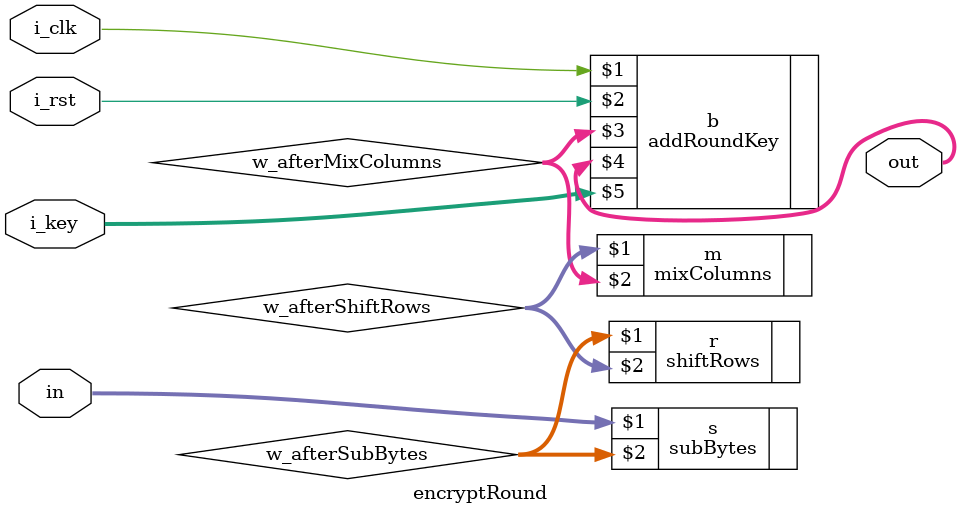
<source format=v>
module encryptRound(i_clk,i_rst,in,i_key,out);
input i_clk,i_rst;
input [127:0] in;
input [127:0] i_key;

output [127:0] out;

wire [127:0] w_afterSubBytes;
wire [127:0] w_afterShiftRows;
wire [127:0] w_afterMixColumns;

subBytes s(in,w_afterSubBytes);
shiftRows r(w_afterSubBytes,w_afterShiftRows);
mixColumns m(w_afterShiftRows,w_afterMixColumns);
addRoundKey b(i_clk,i_rst,w_afterMixColumns,out,i_key);
		
endmodule
</source>
